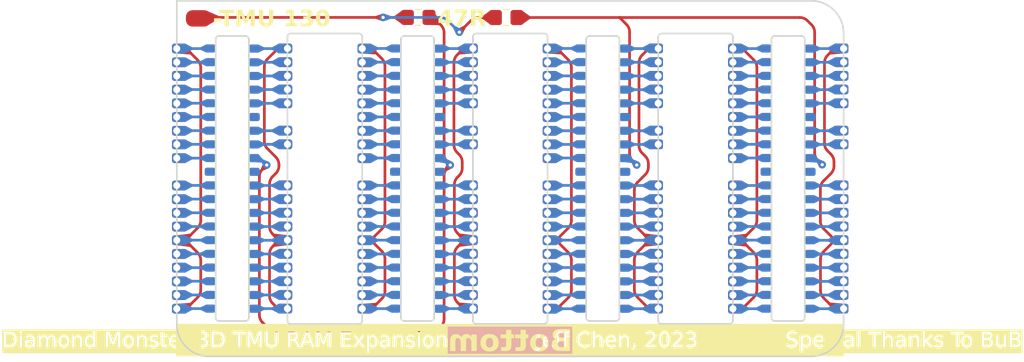
<source format=kicad_pcb>
(kicad_pcb (version 20221018) (generator pcbnew)
  (title_block (title "Diamond Monster 3D RAM Expansion TMU Board") (date "2023-09-15") (rev "1") (company "Jeff Chen"))
  (layers (0 "F.Cu" signal "Front") (31 "B.Cu" signal "Back") (34 "B.Paste" user) (35 "F.Paste" user) (36 "B.SilkS" user "B.Silkscreen") (37 "F.SilkS" user "F.Silkscreen") (38 "B.Mask" user) (39 "F.Mask" user) (44 "Edge.Cuts" user))
  (net 0 "")
  (net 1 "/TMU_130")
  (net 2 "/Mem_U15.Vcc")
  (net 3 "/Mem_U15.D0")
  (net 4 "/Mem_U15.D1")
  (net 5 "/Mem_U15.D2")
  (net 6 "/Mem_U15.D3")
  (net 7 "/Mem_U15.D4")
  (net 8 "/Mem_U15.D5")
  (net 9 "/Mem_U15.D6")
  (net 10 "/Mem_U15.D7")
  (net 12 "/Alt_RAS#_Group_1")
  (net 13 "/Mem_U15.WE#")
  (net 14 "/Mem_U15.RAS#")
  (net 16 "/Mem_U15.A0")
  (net 17 "/Mem_U15.A1")
  (net 18 "/Mem_U15.A2")
  (net 19 "/Mem_U15.A3")
  (net 20 "/Mem_U15.GND")
  (net 21 "/Mem_U15.A4")
  (net 22 "/Mem_U15.A5")
  (net 23 "/Mem_U15.A6")
  (net 24 "/Mem_U15.A7")
  (net 25 "/Mem_U15.A8")
  (net 26 "/Mem_U15.OE#")
  (net 27 "/Mem_U15.CASH#")
  (net 28 "/Mem_U15.CASL#")
  (net 30 "/Mem_U15.D8")
  (net 31 "/Mem_U15.D9")
  (net 32 "/Mem_U15.D10")
  (net 33 "/Mem_U15.D11")
  (net 34 "/Mem_U15.D12")
  (net 35 "/Mem_U15.D13")
  (net 36 "/Mem_U15.D14")
  (net 37 "/Mem_U15.D15")
  (net 38 "/Mem_U16.Vcc")
  (net 39 "/Mem_U16.D0")
  (net 40 "/Mem_U16.D1")
  (net 41 "/Mem_U16.D2")
  (net 42 "/Mem_U16.D3")
  (net 43 "/Mem_U16.D4")
  (net 44 "/Mem_U16.D5")
  (net 45 "/Mem_U16.D6")
  (net 46 "/Mem_U16.D7")
  (net 48 "/Mem_U16.WE#")
  (net 49 "/Mem_U16.RAS#")
  (net 51 "/Mem_U16.A0")
  (net 52 "/Mem_U16.A1")
  (net 53 "/Mem_U16.A2")
  (net 54 "/Mem_U16.A3")
  (net 55 "/Mem_U16.GND")
  (net 56 "/Mem_U16.A4")
  (net 57 "/Mem_U16.A5")
  (net 58 "/Mem_U16.A6")
  (net 59 "/Mem_U16.A7")
  (net 60 "/Mem_U16.A8")
  (net 61 "/Mem_U16.OE#")
  (net 62 "/Mem_U16.CASH#")
  (net 63 "/Mem_U16.CASL#")
  (net 65 "/Mem_U16.D8")
  (net 66 "/Mem_U16.D9")
  (net 67 "/Mem_U16.D10")
  (net 68 "/Mem_U16.D11")
  (net 69 "/Mem_U16.D12")
  (net 70 "/Mem_U16.D13")
  (net 71 "/Mem_U16.D14")
  (net 72 "/Mem_U16.D15")
  (net 73 "/Mem_U14.Vcc")
  (net 74 "/Mem_U14.D0")
  (net 75 "/Mem_U14.D1")
  (net 76 "/Mem_U14.D2")
  (net 77 "/Mem_U14.D3")
  (net 78 "/Mem_U14.D4")
  (net 79 "/Mem_U14.D5")
  (net 80 "/Mem_U14.D6")
  (net 81 "/Mem_U14.D7")
  (net 83 "/Alt_RAS#_Group_2")
  (net 84 "/Mem_U14.WE#")
  (net 85 "/Mem_U14.RAS#")
  (net 87 "/Mem_U14.A0")
  (net 88 "/Mem_U14.A1")
  (net 89 "/Mem_U14.A2")
  (net 90 "/Mem_U14.A3")
  (net 91 "/Mem_U14.GND")
  (net 92 "/Mem_U14.A4")
  (net 93 "/Mem_U14.A5")
  (net 94 "/Mem_U14.A6")
  (net 95 "/Mem_U14.A7")
  (net 96 "/Mem_U14.A8")
  (net 97 "/Mem_U14.OE#")
  (net 98 "/Mem_U14.CASH#")
  (net 99 "/Mem_U14.CASL#")
  (net 101 "/Mem_U14.D8")
  (net 102 "/Mem_U14.D9")
  (net 103 "/Mem_U14.D10")
  (net 104 "/Mem_U14.D11")
  (net 105 "/Mem_U14.D12")
  (net 106 "/Mem_U14.D13")
  (net 107 "/Mem_U14.D14")
  (net 108 "/Mem_U14.D15")
  (net 109 "/Mem_U13.Vcc")
  (net 110 "/Mem_U13.D0")
  (net 111 "/Mem_U13.D1")
  (net 112 "/Mem_U13.D2")
  (net 113 "/Mem_U13.D3")
  (net 114 "/Mem_U13.D4")
  (net 115 "/Mem_U13.D5")
  (net 116 "/Mem_U13.D6")
  (net 117 "/Mem_U13.D7")
  (net 119 "/Mem_U13.WE#")
  (net 120 "/Mem_U13.RAS#")
  (net 122 "/Mem_U13.A0")
  (net 123 "/Mem_U13.A1")
  (net 124 "/Mem_U13.A2")
  (net 125 "/Mem_U13.A3")
  (net 126 "/Mem_U13.GND")
  (net 127 "/Mem_U13.A4")
  (net 128 "/Mem_U13.A5")
  (net 129 "/Mem_U13.A6")
  (net 130 "/Mem_U13.A7")
  (net 131 "/Mem_U13.A8")
  (net 132 "/Mem_U13.OE#")
  (net 133 "/Mem_U13.CASH#")
  (net 134 "/Mem_U13.CASL#")
  (net 136 "/Mem_U13.D8")
  (net 137 "/Mem_U13.D9")
  (net 138 "/Mem_U13.D10")
  (net 139 "/Mem_U13.D11")
  (net 140 "/Mem_U13.D12")
  (net 141 "/Mem_U13.D13")
  (net 142 "/Mem_U13.D14")
  (net 143 "/Mem_U13.D15")
  (footprint "Voodoo RAM Expansion:SOJ40 Castellated Vias" (layer "F.Cu") (at 154.89 114.26 180)
    (fp_text reference "S3" hide)
    (fp_text value "~")
  )
  (footprint "Voodoo RAM Expansion:Pin Header 2x20 SMD Inverted" (layer "F.Cu") (at 164.96 88.75)
    (fp_text reference "J6" hide)
    (fp_text value "~")
    (fp_line (start 0.416983 0.539588) (end 0.416983 26.339588) (stroke (width 0.15)) (layer "Edge.Cuts"))
    (fp_line (start 0.736902 26.659507) (end 3.180385 26.659507) (stroke (width 0.15)) (layer "Edge.Cuts"))
    (fp_line (start 3.180385 0.219669) (end 0.736902 0.219669) (stroke (width 0.15)) (layer "Edge.Cuts"))
    (fp_line (start 3.500304 26.339588) (end 3.500304 0.539588) (stroke (width 0.15)) (layer "Edge.Cuts"))
    (fp_arc (start 0.416983 0.539588) (mid 0.510686 0.313373) (end 0.736902 0.219669) (stroke (width 0.15)) (layer "Edge.Cuts"))
    (fp_arc (start 0.736902 26.659507) (mid 0.510687 26.565803) (end 0.416983 26.339588) (stroke (width 0.15)) (layer "Edge.Cuts"))
    (fp_arc (start 3.180385 0.219669) (mid 3.406616 0.313365) (end 3.500304 0.539588) (stroke (width 0.15)) (layer "Edge.Cuts"))
    (fp_arc (start 3.500304 26.339588) (mid 3.406605 26.565807) (end 3.180385 26.659507) (stroke (width 0.15)) (layer "Edge.Cuts"))
  )
  (footprint "LOGO" (layer "F.Cu") (at 141.18 102.2)
    (fp_text reference "G***" hide)
    (fp_text value "LOGO" hide)
  )
  (footprint "Voodoo RAM Expansion:Pin Header 2x20 SMD Inverted" (layer "F.Cu") (at 147.8 88.75)
    (fp_text reference "J5" hide)
    (fp_text value "~")
    (fp_line (start 0.416983 0.539588) (end 0.416983 26.339588) (stroke (width 0.15)) (layer "Edge.Cuts"))
    (fp_line (start 0.736902 26.659507) (end 3.180385 26.659507) (stroke (width 0.15)) (layer "Edge.Cuts"))
    (fp_line (start 3.180385 0.219669) (end 0.736902 0.219669) (stroke (width 0.15)) (layer "Edge.Cuts"))
    (fp_line (start 3.500304 26.339588) (end 3.500304 0.539588) (stroke (width 0.15)) (layer "Edge.Cuts"))
    (fp_arc (start 0.416983 0.539588) (mid 0.510686 0.313373) (end 0.736902 0.219669) (stroke (width 0.15)) (layer "Edge.Cuts"))
    (fp_arc (start 0.736902 26.659507) (mid 0.510687 26.565803) (end 0.416983 26.339588) (stroke (width 0.15)) (layer "Edge.Cuts"))
    (fp_arc (start 3.180385 0.219669) (mid 3.406616 0.313365) (end 3.500304 0.539588) (stroke (width 0.15)) (layer "Edge.Cuts"))
    (fp_arc (start 3.500304 26.339588) (mid 3.406605 26.565807) (end 3.180385 26.659507) (stroke (width 0.15)) (layer "Edge.Cuts"))
  )
  (footprint "Resistor_SMD:R_0805_2012Metric_Pad1.20x1.40mm_HandSolder" (layer "F.Cu") (at 132.66 87.25)
    (fp_text reference "R1" hide)
    (fp_text value "47R")
  )
  (footprint "Voodoo RAM Expansion:Single Pad" (layer "F.Cu") (at 112.29 87.35)
    (fp_text reference "J1" hide)
    (fp_text value "TMU 130")
  )
  (footprint "Voodoo RAM Expansion:Pin Header 2x20 SMD Inverted" (layer "F.Cu") (at 113.48 88.75)
    (fp_text reference "J2" hide)
    (fp_text value "~")
    (fp_line (start 0.416983 0.539588) (end 0.416983 26.339588) (stroke (width 0.15)) (layer "Edge.Cuts"))
    (fp_line (start 0.736902 26.659507) (end 3.180385 26.659507) (stroke (width 0.15)) (layer "Edge.Cuts"))
    (fp_line (start 3.180385 0.219669) (end 0.736902 0.219669) (stroke (width 0.15)) (layer "Edge.Cuts"))
    (fp_line (start 3.500304 26.339588) (end 3.500304 0.539588) (stroke (width 0.15)) (layer "Edge.Cuts"))
    (fp_arc (start 0.416983 0.539588) (mid 0.510686 0.313373) (end 0.736902 0.219669) (stroke (width 0.15)) (layer "Edge.Cuts"))
    (fp_arc (start 0.736902 26.659507) (mid 0.510687 26.565803) (end 0.416983 26.339588) (stroke (width 0.15)) (layer "Edge.Cuts"))
    (fp_arc (start 3.180385 0.219669) (mid 3.406616 0.313365) (end 3.500304 0.539588) (stroke (width 0.15)) (layer "Edge.Cuts"))
    (fp_arc (start 3.500304 26.339588) (mid 3.406605 26.565807) (end 3.180385 26.659507) (stroke (width 0.15)) (layer "Edge.Cuts"))
  )
  (footprint "Voodoo RAM Expansion:SOJ40 Castellated Vias" (layer "F.Cu") (at 172.06 114.26 180)
    (fp_text reference "S4" hide)
    (fp_text value "~")
  )
  (footprint "Voodoo RAM Expansion:SOJ40 Castellated Vias" (layer "F.Cu") (at 120.55 114.26 180)
    (fp_text reference "S1" hide)
    (fp_text value "~")
  )
  (footprint "Voodoo RAM Expansion:SOJ40 Castellated Vias" (layer "F.Cu") (at 137.73 114.26 180)
    (fp_text reference "S2" hide)
    (fp_text value "~")
  )
  (footprint "Resistor_SMD:R_0805_2012Metric_Pad1.20x1.40mm_HandSolder" (layer "F.Cu") (at 140.81 87.26)
    (fp_text reference "R2" hide)
    (fp_text value "47R")
  )
  (footprint "Voodoo RAM Expansion:Pin Header 2x20 SMD Inverted" (layer "F.Cu") (at 130.64 88.75)
    (fp_text reference "J3" hide)
    (fp_text value "~")
    (fp_line (start 0.416983 0.539588) (end 0.416983 26.339588) (stroke (width 0.15)) (layer "Edge.Cuts"))
    (fp_line (start 0.736902 26.659507) (end 3.180385 26.659507) (stroke (width 0.15)) (layer "Edge.Cuts"))
    (fp_line (start 3.180385 0.219669) (end 0.736902 0.219669) (stroke (width 0.15)) (layer "Edge.Cuts"))
    (fp_line (start 3.500304 26.339588) (end 3.500304 0.539588) (stroke (width 0.15)) (layer "Edge.Cuts"))
    (fp_arc (start 0.416983 0.539588) (mid 0.510686 0.313373) (end 0.736902 0.219669) (stroke (width 0.15)) (layer "Edge.Cuts"))
    (fp_arc (start 0.736902 26.659507) (mid 0.510687 26.565803) (end 0.416983 26.339588) (stroke (width 0.15)) (layer "Edge.Cuts"))
    (fp_arc (start 3.180385 0.219669) (mid 3.406616 0.313365) (end 3.500304 0.539588) (stroke (width 0.15)) (layer "Edge.Cuts"))
    (fp_arc (start 3.500304 26.339588) (mid 3.406605 26.565807) (end 3.180385 26.659507) (stroke (width 0.15)) (layer "Edge.Cuts"))
  )
  (gr_rect (start 110.290934 118.413677) (end 172.080934 118.619077) (stroke (width 0.127)) (fill solid) (layer "F.SilkS"))
  (gr_rect (start 170.228926 116.160748) (end 172.08 118.419253) (stroke (width 0.127)) (fill solid) (layer "F.SilkS"))
  (gr_rect (start 110.290934 116.131751) (end 112.48 118.468249) (stroke (width 0.127)) (fill solid) (layer "F.SilkS"))
  (gr_rect (start 110.291633 115.736751) (end 172.079763 116.192151) (stroke (width 0.127)) (fill solid) (layer "F.SilkS"))
  (gr_line (start 113.300016 118.690016) (end 169.059984 118.690016) (stroke (width 0.15)) (layer "Edge.Cuts"))
  (gr_line (start 137.73 89.06) (end 137.73 115.360403) (stroke (width 0.15)) (layer "Edge.Cuts"))
  (gr_arc (start 137.73 89.06) (mid 137.823607 88.834009) (end 138.049596 88.740399) (stroke (width 0.15)) (layer "Edge.Cuts"))
  (gr_arc (start 154.89 89.06) (mid 154.983608 88.83401) (end 155.209596 88.740402) (stroke (width 0.15)) (layer "Edge.Cuts"))
  (gr_line (start 127.48 89.06) (end 127.48 115.37) (stroke (width 0.15)) (layer "Edge.Cuts"))
  (gr_arc (start 172.06 115.69) (mid 171.181316 117.811332) (end 169.059984 118.690016) (stroke (width 0.15)) (layer "Edge.Cuts"))
  (gr_line (start 144.32 115.68) (end 138.049597 115.68) (stroke (width 0.15)) (layer "Edge.Cuts"))
  (gr_arc (start 127.48 115.37) (mid 127.386393 115.59599) (end 127.160405 115.689597) (stroke (width 0.15)) (layer "Edge.Cuts"))
  (gr_arc (start 144.639595 115.360403) (mid 144.545988 115.586393) (end 144.32 115.68) (stroke (width 0.15)) (layer "Edge.Cuts"))
  (gr_line (start 120.869596 88.740402) (end 127.160403 88.740403) (stroke (width 0.15)) (layer "Edge.Cuts"))
  (gr_line (start 110.3 89.06) (end 110.3 85.71) (stroke (width 0.15)) (layer "Edge.Cuts"))
  (gr_line (start 138.049596 88.740399) (end 144.320403 88.740403) (stroke (width 0.15)) (layer "Edge.Cuts"))
  (gr_arc (start 120.869597 115.689597) (mid 120.64361 115.595988) (end 120.55 115.37) (stroke (width 0.15)) (layer "Edge.Cuts"))
  (gr_line (start 127.160405 115.689597) (end 120.869597 115.689597) (stroke (width 0.15)) (layer "Edge.Cuts"))
  (gr_arc (start 120.55 89.06) (mid 120.643608 88.83401) (end 120.869596 88.740402) (stroke (width 0.15)) (layer "Edge.Cuts"))
  (gr_arc (start 144.320403 88.740403) (mid 144.546391 88.834011) (end 144.64 89.06) (stroke (width 0.15)) (layer "Edge.Cuts"))
  (gr_line (start 110.3 85.71) (end 169.06 85.71) (stroke (width 0.15)) (layer "Edge.Cuts"))
  (gr_arc (start 161.809796 115.360401) (mid 161.716189 115.586391) (end 161.490201 115.68) (stroke (width 0.15)) (layer "Edge.Cuts"))
  (gr_line (start 144.639595 115.360403) (end 144.639595 89.06) (stroke (width 0.15)) (layer "Edge.Cuts"))
  (gr_line (start 154.89 89.06) (end 154.89 115.360401) (stroke (width 0.15)) (layer "Edge.Cuts"))
  (gr_line (start 172.06 115.69) (end 172.06 88.710016) (stroke (width 0.15)) (layer "Edge.Cuts"))
  (gr_line (start 120.55 115.37) (end 120.55 89.06) (stroke (width 0.15)) (layer "Edge.Cuts"))
  (gr_line (start 161.809796 115.360401) (end 161.809796 89.06) (stroke (width 0.15)) (layer "Edge.Cuts"))
  (gr_arc (start 169.06 85.71) (mid 171.181332 86.588684) (end 172.060016 88.710016) (stroke (width 0.15)) (layer "Edge.Cuts"))
  (gr_arc (start 155.209393 115.679998) (mid 154.983406 115.586389) (end 154.889796 115.360401) (stroke (width 0.15)) (layer "Edge.Cuts"))
  (gr_arc (start 138.049192 115.68) (mid 137.823205 115.586391) (end 137.729595 115.360403) (stroke (width 0.15)) (layer "Edge.Cuts"))
  (gr_arc (start 161.490403 88.740403) (mid 161.716391 88.834011) (end 161.81 89.06) (stroke (width 0.15)) (layer "Edge.Cuts"))
  (gr_arc (start 127.160403 88.740403) (mid 127.38639 88.834012) (end 127.48 89.06) (stroke (width 0.15)) (layer "Edge.Cuts"))
  (gr_arc (start 113.300016 118.690016) (mid 111.178684 117.811332) (end 110.3 115.69) (stroke (width 0.15)) (layer "Edge.Cuts"))
  (gr_line (start 155.209596 88.740402) (end 161.490403 88.740403) (stroke (width 0.15)) (layer "Edge.Cuts"))
  (gr_line (start 161.490201 115.68) (end 155.209798 115.68) (stroke (width 0.15)) (layer "Edge.Cuts"))
  (gr_line (start 110.3 115.69) (end 110.3 89.06) (stroke (width 0.15)) (layer "Edge.Cuts"))
  (gr_text "Bottom" (at 141.18 117.36) (layer "B.SilkS" knockout) (effects (font (size 2 2) (thickness 0.127) bold) (justify mirror)))
  (gr_text "-TMU 130" (at 113.64 87.45) (layer "F.SilkS") (effects (font (size 1.5 1.5) (thickness 0.127) bold) (justify left)))
  (gr_text "Diamond Monster 3D TMU RAM Expansion             Jeff Chen, 2023             Special Thanks To BuB" (at 141.35 117.25) (layer "F.SilkS" knockout) (effects (font (size 1.4 1.4))))
  (gr_text "47R" (at 136.71 87.42) (layer "F.SilkS") (effects (font (size 1.5 1.5) (thickness 0.127) bold)))
  (segment (start 129.41 87.25) (end 131.66 87.25) (width 0.25) (layer "F.Cu") (net 1))
  (segment (start 129.41 87.25) (end 112.38 87.25) (width 0.25) (layer "F.Cu") (net 1))
  (segment (start 138.244214 87.26) (end 139.81 87.26) (width 0.25) (layer "F.Cu") (net 1))
  (segment (start 136.47 88.62) (end 137.537107 87.552893) (width 0.25) (layer "F.Cu") (net 1))
  (segment (start 112.38 87.25) (end 112.29 87.34) (width 0.25) (layer "F.Cu") (net 1))
  (via (at 136.47 88.62) (size 0.7) (drill 0.3) (layers "F.Cu" "B.Cu") (net 1))
  (via (at 129.41 87.25) (size 0.7) (drill 0.3) (layers "F.Cu" "B.Cu") (net 1))
  (arc (start 137.537107 87.552893) (mid 137.86153 87.33612) (end 138.244214 87.26) (width 0.25) (layer "F.Cu") (net 1))
  (segment (start 135.392893 87.542893) (end 136.47 88.62) (width 0.25) (layer "B.Cu") (net 1))
  (segment (start 129.41 87.25) (end 134.685786 87.25) (width 0.25) (layer "B.Cu") (net 1))
  (arc (start 134.685786 87.25) (mid 135.068469 87.32612) (end 135.392893 87.542893) (width 0.25) (layer "B.Cu") (net 1))
  (segment (start 118.41 91.814214) (end 118.41 98.725786) (width 0.25) (layer "F.Cu") (net 2))
  (segment (start 119.182893 108.497107) (end 119.477107 108.202893) (width 0.25) (layer "F.Cu") (net 2))
  (segment (start 120.55 90.13) (end 120.094214 90.13) (width 0.25) (layer "F.Cu") (net 2))
  (segment (start 120.164214 107.91) (end 120.55 107.91) (width 0.25) (layer "F.Cu") (net 2))
  (segment (start 119.467107 101.722893) (end 119.182893 102.007107) (width 0.25) (layer "F.Cu") (net 2))
  (segment (start 119.76 100.904214) (end 119.76 101.015786) (width 0.25) (layer "F.Cu") (net 2))
  (segment (start 118.702893 99.432893) (end 119.467107 100.197107) (width 0.25) (layer "F.Cu") (net 2))
  (segment (start 119.387107 90.422893) (end 118.702893 91.107107) (width 0.25) (layer "F.Cu") (net 2))
  (segment (start 118.89 113.065786) (end 118.89 109.204214) (width 0.25) (layer "F.Cu") (net 2))
  (segment (start 119.377107 113.967107) (end 119.182893 113.772893) (width 0.25) (layer "F.Cu") (net 2))
  (segment (start 120.55 114.26) (end 120.084214 114.26) (width 0.25) (layer "F.Cu") (net 2))
  (segment (start 120.184214 107.91) (end 120.55 107.91) (width 0.25) (layer "F.Cu") (net 2))
  (segment (start 118.89 102.714214) (end 118.89 106.635786) (width 0.25) (layer "F.Cu") (net 2))
  (segment (start 119.182893 107.342893) (end 119.457107 107.617107) (width 0.25) (layer "F.Cu") (net 2))
  (arc (start 118.89 109.204214) (mid 118.96612 108.821531) (end 119.182893 108.497107) (width 0.25) (layer "F.Cu") (net 2))
  (arc (start 118.41 98.725786) (mid 118.48612 99.108469) (end 118.702893 99.432893) (width 0.25) (layer "F.Cu") (net 2))
  (arc (start 119.182893 102.007107) (mid 118.96612 102.33153) (end 118.89 102.714214) (width 0.25) (layer "F.Cu") (net 2))
  (arc (start 119.387107 90.422893) (mid 119.71153 90.20612) (end 120.094214 90.13) (width 0.25) (layer "F.Cu") (net 2))
  (arc (start 120.164214 107.91) (mid 119.781531 107.83388) (end 119.457107 107.617107) (width 0.25) (layer "F.Cu") (net 2))
  (arc (start 118.89 106.635786) (mid 118.96612 107.018469) (end 119.182893 107.342893) (width 0.25) (layer "F.Cu") (net 2))
  (arc (start 119.467107 101.722893) (mid 119.68388 101.39847) (end 119.76 101.015786) (width 0.25) (layer "F.Cu") (net 2))
  (arc (start 119.467107 100.197107) (mid 119.68388 100.52153) (end 119.76 100.904214) (width 0.25) (layer "F.Cu") (net 2))
  (arc (start 118.41 91.814214) (mid 118.48612 91.431531) (end 118.702893 91.107107) (width 0.25) (layer "F.Cu") (net 2))
  (arc (start 119.477107 108.202893) (mid 119.80153 107.98612) (end 120.184214 107.91) (width 0.25) (layer "F.Cu") (net 2))
  (arc (start 119.377107 113.967107) (mid 119.70153 114.18388) (end 120.084214 114.26) (width 0.25) (layer "F.Cu") (net 2))
  (arc (start 118.89 113.065786) (mid 118.96612 113.448469) (end 119.182893 113.772893) (width 0.25) (layer "F.Cu") (net 2))
  (segment (start 120.55 114.26) (end 117.5 114.26) (width 0.25) (layer "B.Cu") (net 2))
  (segment (start 117.5 114.26) (end 117.49 114.27) (width 0.25) (layer "B.Cu") (net 2))
  (segment (start 117.49 90.14) (end 120.54 90.14) (width 0.25) (layer "B.Cu") (net 2))
  (segment (start 120.54 90.14) (end 120.55 90.13) (width 0.25) (layer "B.Cu") (net 2))
  (segment (start 120.54 107.92) (end 120.55 107.91) (width 0.25) (layer "B.Cu") (net 2))
  (segment (start 117.49 107.92) (end 120.54 107.92) (width 0.25) (layer "B.Cu") (net 2))
  (segment (start 117.5 112.99) (end 117.49 113) (width 0.25) (layer "B.Cu") (net 3))
  (segment (start 120.55 112.99) (end 117.5 112.99) (width 0.25) (layer "B.Cu") (net 3))
  (segment (start 120.54 111.73) (end 120.55 111.72) (width 0.25) (layer "B.Cu") (net 4))
  (segment (start 117.49 111.73) (end 120.54 111.73) (width 0.25) (layer "B.Cu") (net 4))
  (segment (start 120.54 110.46) (end 120.55 110.45) (width 0.25) (layer "B.Cu") (net 5))
  (segment (start 117.49 110.46) (end 120.54 110.46) (width 0.25) (layer "B.Cu") (net 5))
  (segment (start 120.54 109.19) (end 120.55 109.18) (width 0.25) (layer "B.Cu") (net 6))
  (segment (start 117.49 109.19) (end 120.54 109.19) (width 0.25) (layer "B.Cu") (net 6))
  (segment (start 120.54 106.65) (end 120.55 106.64) (width 0.25) (layer "B.Cu") (net 7))
  (segment (start 117.49 106.65) (end 120.54 106.65) (width 0.25) (layer "B.Cu") (net 7))
  (segment (start 120.54 105.38) (end 120.55 105.37) (width 0.25) (layer "B.Cu") (net 8))
  (segment (start 117.49 105.38) (end 120.54 105.38) (width 0.25) (layer "B.Cu") (net 8))
  (segment (start 117.5 104.1) (end 120.55 104.1) (width 0.25) (layer "B.Cu") (net 9))
  (segment (start 117.49 104.11) (end 117.5 104.1) (width 0.25) (layer "B.Cu") (net 9))
  (segment (start 117.49 102.84) (end 120.54 102.84) (width 0.25) (layer "B.Cu") (net 10))
  (segment (start 120.54 102.84) (end 120.55 102.83) (width 0.25) (layer "B.Cu") (net 10))
  (segment (start 117.95 114.835786) (end 117.95 102.034214) (width 0.25) (layer "F.Cu") (net 12))
  (segment (start 134.01 87.21) (end 134.767107 87.967107) (width 0.25) (layer "F.Cu") (net 12))
  (segment (start 135.06 101.924214) (end 135.06 115.215786) (width 0.25) (layer "F.Cu") (net 12))
  (segment (start 135.352893 100.662893) (end 135.63 100.94) (width 0.25) (layer "F.Cu") (net 12))
  (segment (start 135.63 100.94) (end 135.352893 101.217107) (width 0.25) (layer "F.Cu") (net 12))
  (segment (start 133.955786 116.32) (end 119.434214 116.32) (width 0.25) (layer "F.Cu") (net 12))
  (segment (start 118.242893 101.327107) (end 118.63 100.94) (width 0.25) (layer "F.Cu") (net 12))
  (segment (start 118.727107 116.027107) (end 118.242893 115.542893) (width 0.25) (layer "F.Cu") (net 12))
  (segment (start 134.767107 115.922893) (end 134.662893 116.027107) (width 0.25) (layer "F.Cu") (net 12))
  (segment (start 135.06 88.674214) (end 135.06 99.955786) (width 0.25) (layer "F.Cu") (net 12))
  (via (at 118.63 100.94) (size 0.7) (drill 0.3) (layers "F.Cu" "B.Cu") (net 12))
  (via (at 135.63 100.94) (size 0.7) (drill 0.3) (layers "F.Cu" "B.Cu") (net 12))
  (arc (start 135.06 99.955786) (mid 135.13612 100.338469) (end 135.352893 100.662893) (width 0.25) (layer "F.Cu") (net 12))
  (arc (start 117.95 114.835786) (mid 118.02612 115.218469) (end 118.242893 115.542893) (width 0.25) (layer "F.Cu") (net 12))
  (arc (start 117.95 102.034214) (mid 118.02612 101.651531) (end 118.242893 101.327107) (width 0.25) (layer "F.Cu") (net 12))
  (arc (start 134.767107 115.922893) (mid 134.98388 115.59847) (end 135.06 115.215786) (width 0.25) (layer "F.Cu") (net 12))
  (arc (start 135.352893 101.217107) (mid 135.13612 101.54153) (end 135.06 101.924214) (width 0.25) (layer "F.Cu") (net 12))
  (arc (start 135.06 88.674214) (mid 134.98388 88.291531) (end 134.767107 87.967107) (width 0.25) (layer "F.Cu") (net 12))
  (arc (start 133.955786 116.32) (mid 134.338469 116.24388) (end 134.662893 116.027107) (width 0.25) (layer "F.Cu") (net 12))
  (arc (start 119.434214 116.32) (mid 119.051531 116.24388) (end 118.727107 116.027107) (width 0.25) (layer "F.Cu") (net 12))
  (segment (start 117.575786 100.3) (end 117.49 100.3) (width 0.25) (layer "B.Cu") (net 12))
  (segment (start 134.99 100.3) (end 135.63 100.94) (width 0.25) (layer "B.Cu") (net 12))
  (segment (start 118.63 100.94) (end 118.282893 100.592893) (width 0.25) (layer "B.Cu") (net 12))
  (segment (start 134.65 100.3) (end 134.99 100.3) (width 0.25) (layer "B.Cu") (net 12))
  (arc (start 118.282893 100.592893) (mid 117.95847 100.37612) (end 117.575786 100.3) (width 0.25) (layer "B.Cu") (net 12))
  (segment (start 117.5 99.02) (end 120.55 99.02) (width 0.25) (layer "B.Cu") (net 13))
  (segment (start 117.49 99.03) (end 117.5 99.02) (width 0.25) (layer "B.Cu") (net 13))
  (segment (start 120.54 97.76) (end 120.55 97.75) (width 0.25) (layer "B.Cu") (net 14))
  (segment (start 117.49 97.76) (end 120.54 97.76) (width 0.25) (layer "B.Cu") (net 14))
  (segment (start 120.54 95.22) (end 120.55 95.21) (width 0.25) (layer "B.Cu") (net 16))
  (segment (start 117.49 95.22) (end 120.54 95.22) (width 0.25) (layer "B.Cu") (net 16))
  (segment (start 117.5 93.94) (end 120.55 93.94) (width 0.25) (layer "B.Cu") (net 17))
  (segment (start 117.49 93.95) (end 117.5 93.94) (width 0.25) (layer "B.Cu") (net 17))
  (segment (start 117.49 92.68) (end 120.54 92.68) (width 0.25) (layer "B.Cu") (net 18))
  (segment (start 120.54 92.68) (end 120.55 92.67) (width 0.25) (layer "B.Cu") (net 18))
  (segment (start 117.49 91.41) (end 120.54 91.41) (width 0.25) (layer "B.Cu") (net 19))
  (segment (start 120.54 91.41) (end 120.55 91.4) (width 0.25) (layer "B.Cu") (net 19))
  (segment (start 111.462893 90.432893) (end 112.227107 91.197107) (width 0.25) (layer "F.Cu") (net 20))
  (segment (start 112.52 112.515786) (end 112.52 109.774214) (width 0.25) (layer "F.Cu") (net 20))
  (segment (start 110.3 90.14) (end 110.755786 90.14) (width 0.25) (layer "F.Cu") (net 20))
  (segment (start 112.52 91.904214) (end 112.52 106.075786) (width 0.25) (layer "F.Cu") (net 20))
  (segment (start 110.665786 107.92) (end 110.3 107.92) (width 0.25) (layer "F.Cu") (net 20))
  (segment (start 111.472893 113.977107) (end 112.227107 113.222893) (width 0.25) (layer "F.Cu") (net 20))
  (segment (start 110.3 114.27) (end 110.765786 114.27) (width 0.25) (layer "F.Cu") (net 20))
  (segment (start 112.227107 109.067107) (end 111.372893 108.212893) (width 0.25) (layer "F.Cu") (net 20))
  (segment (start 110.675786 107.92) (end 110.3 107.92) (width 0.25) (layer "F.Cu") (net 20))
  (segment (start 112.227107 106.782893) (end 111.382893 107.627107) (width 0.25) (layer "F.Cu") (net 20))
  (arc (start 110.755786 90.14) (mid 111.138469 90.21612) (end 111.462893 90.432893) (width 0.25) (layer "F.Cu") (net 20))
  (arc (start 110.675786 107.92) (mid 111.058469 107.84388) (end 111.382893 107.627107) (width 0.25) (layer "F.Cu") (net 20))
  (arc (start 112.52 106.075786) (mid 112.44388 106.458469) (end 112.227107 106.782893) (width 0.25) (layer "F.Cu") (net 20))
  (arc (start 112.52 112.515786) (mid 112.44388 112.898469) (end 112.227107 113.222893) (width 0.25) (layer "F.Cu") (net 20))
  (arc (start 112.52 91.904214) (mid 112.44388 91.521531) (end 112.227107 91.197107) (width 0.25) (layer "F.Cu") (net 20))
  (arc (start 111.372893 108.212893) (mid 111.04847 107.99612) (end 110.665786 107.92) (width 0.25) (layer "F.Cu") (net 20))
  (arc (start 110.765786 114.27) (mid 111.148469 114.19388) (end 111.472893 113.977107) (width 0.25) (layer "F.Cu") (net 20))
  (arc (start 112.227107 109.067107) (mid 112.44388 109.39153) (end 112.52 109.774214) (width 0.25) (layer "F.Cu") (net 20))
  (segment (start 113.39 114.26) (end 110.31 114.26) (width 0.25) (layer "B.Cu") (net 20))
  (segment (start 110.31 107.91) (end 110.3 107.92) (width 0.25) (layer "B.Cu") (net 20))
  (segment (start 113.39 107.91) (end 110.31 107.91) (width 0.25) (layer "B.Cu") (net 20))
  (segment (start 110.31 114.26) (end 110.3 114.27) (width 0.25) (layer "B.Cu") (net 20))
  (segment (start 113.38 90.14) (end 113.39 90.13) (width 0.25) (layer "B.Cu") (net 20))
  (segment (start 110.3 90.14) (end 113.38 90.14) (width 0.25) (layer "B.Cu") (net 20))
  (segment (start 110.3 91.41) (end 113.38 91.41) (width 0.25) (layer "B.Cu") (net 21))
  (segment (start 113.38 91.41) (end 113.39 91.4) (width 0.25) (layer "B.Cu") (net 21))
  (segment (start 113.39 92.67) (end 113.38 92.68) (width 0.25) (layer "B.Cu") (net 22))
  (segment (start 113.38 92.68) (end 110.3 92.68) (width 0.25) (layer "B.Cu") (net 22))
  (segment (start 110.31 93.94) (end 110.3 93.95) (width 0.25) (layer "B.Cu") (net 23))
  (segment (start 113.39 93.94) (end 110.31 93.94) (width 0.25) (layer "B.Cu") (net 23))
  (segment (start 113.39 95.21) (end 110.31 95.21) (width 0.25) (layer "B.Cu") (net 24))
  (segment (start 110.31 95.21) (end 110.3 95.22) (width 0.25) (layer "B.Cu") (net 24))
  (segment (start 110.31 96.48) (end 110.3 96.49) (width 0.25) (layer "B.Cu") (net 25))
  (segment (start 113.39 96.48) (end 110.31 96.48) (width 0.25) (layer "B.Cu") (net 25))
  (segment (start 110.31 97.75) (end 110.3 97.76) (width 0.25) (layer "B.Cu") (net 26))
  (segment (start 113.39 97.75) (end 110.31 97.75) (width 0.25) (layer "B.Cu") (net 26))
  (segment (start 113.39 99.02) (end 110.31 99.02) (width 0.25) (layer "B.Cu") (net 27))
  (segment (start 110.31 99.02) (end 110.3 99.03) (width 0.25) (layer "B.Cu") (net 27))
  (segment (start 113.39 100.29) (end 113.38 100.3) (width 0.25) (layer "B.Cu") (net 28))
  (segment (start 113.38 100.3) (end 110.3 100.3) (width 0.25) (layer "B.Cu") (net 28))
  (segment (start 110.31 102.83) (end 110.3 102.84) (width 0.25) (layer "B.Cu") (net 30))
  (segment (start 113.39 102.83) (end 110.31 102.83) (width 0.25) (layer "B.Cu") (net 30))
  (segment (start 113.39 104.1) (end 110.31 104.1) (width 0.25) (layer "B.Cu") (net 31))
  (segment (start 110.31 104.1) (end 110.3 104.11) (width 0.25) (layer "B.Cu") (net 31))
  (segment (start 110.31 105.37) (end 110.3 105.38) (width 0.25) (layer "B.Cu") (net 32))
  (segment (start 113.39 105.37) (end 110.31 105.37) (width 0.25) (layer "B.Cu") (net 32))
  (segment (start 113.39 106.64) (end 113.38 106.65) (width 0.25) (layer "B.Cu") (net 33))
  (segment (start 113.38 106.65) (end 110.3 106.65) (width 0.25) (layer "B.Cu") (net 33))
  (segment (start 113.39 109.18) (end 110.31 109.18) (width 0.25) (layer "B.Cu") (net 34))
  (segment (start 110.31 109.18) (end 110.3 109.19) (width 0.25) (layer "B.Cu") (net 34))
  (segment (start 113.38 110.46) (end 113.39 110.45) (width 0.25) (layer "B.Cu") (net 35))
  (segment (start 110.3 110.46) (end 113.38 110.46) (width 0.25) (layer "B.Cu") (net 35))
  (segment (start 113.39 111.72) (end 110.31 111.72) (width 0.25) (layer "B.Cu") (net 36))
  (segment (start 110.31 111.72) (end 110.3 111.73) (width 0.25) (layer "B.Cu") (net 36))
  (segment (start 110.31 112.99) (end 110.3 113) (width 0.25) (layer "B.Cu") (net 37))
  (segment (start 113.39 112.99) (end 110.31 112.99) (width 0.25) (layer "B.Cu") (net 37))
  (segment (start 137.364214 107.91) (end 137.73 107.91) (width 0.25) (layer "F.Cu") (net 38))
  (segment (start 136.302893 108.547107) (end 136.647107 108.202893) (width 0.25) (layer "F.Cu") (net 38))
  (segment (start 136.74 100.664214) (end 136.74 101.215786) (width 0.25) (layer "F.Cu") (net 38))
  (segment (start 135.97 91.444214) (end 135.97 99.065786) (width 0.25) (layer "F.Cu") (net 38))
  (segment (start 136.302893 107.262893) (end 136.657107 107.617107) (width 0.25) (layer "F.Cu") (net 38))
  (segment (start 136.262893 99.772893) (end 136.447107 99.957107) (width 0.25) (layer "F.Cu") (net 38))
  (segment (start 136.01 102.774214) (end 136.01 106.555786) (width 0.25) (layer "F.Cu") (net 38))
  (segment (start 136.447107 101.922893) (end 136.302893 102.067107) (width 0.25) (layer "F.Cu") (net 38))
  (segment (start 137.73 114.26) (end 137.284214 114.26) (width 0.25) (layer "F.Cu") (net 38))
  (segment (start 136.01 112.985786) (end 136.01 109.254214) (width 0.25) (layer "F.Cu") (net 38))
  (segment (start 136.577107 90.422893) (end 136.262893 90.737107) (width 0.25) (layer "F.Cu") (net 38))
  (segment (start 136.577107 113.967107) (end 136.302893 113.692893) (width 0.25) (layer "F.Cu") (net 38))
  (segment (start 137.73 90.13) (end 137.284214 90.13) (width 0.25) (layer "F.Cu") (net 38))
  (segment (start 137.354214 107.91) (end 137.73 107.91) (width 0.25) (layer "F.Cu") (net 38))
  (arc (start 136.302893 113.692893) (mid 136.08612 113.36847) (end 136.01 112.985786) (width 0.25) (layer "F.Cu") (net 38))
  (arc (start 137.364214 107.91) (mid 136.981531 107.83388) (end 136.657107 107.617107) (width 0.25) (layer "F.Cu") (net 38))
  (arc (start 136.262893 90.737107) (mid 136.04612 91.06153) (end 135.97 91.444214) (width 0.25) (layer "F.Cu") (net 38))
  (arc (start 136.447107 101.922893) (mid 136.66388 101.59847) (end 136.74 101.215786) (width 0.25) (layer "F.Cu") (net 38))
  (arc (start 136.01 109.254214) (mid 136.08612 108.871531) (end 136.302893 108.547107) (width 0.25) (layer "F.Cu") (net 38))
  (arc (start 136.01 106.555786) (mid 136.08612 106.938469) (end 136.302893 107.262893) (width 0.25) (layer "F.Cu") (net 38))
  (arc (start 135.97 99.065786) (mid 136.04612 99.448469) (end 136.262893 99.772893) (width 0.25) (layer "F.Cu") (net 38))
  (arc (start 136.302893 102.067107) (mid 136.08612 102.39153) (end 136.01 102.774214) (width 0.25) (layer "F.Cu") (net 38))
  (arc (start 137.354214 107.91) (mid 136.971531 107.98612) (end 136.647107 108.202893) (width 0.25) (layer "F.Cu") (net 38))
  (arc (start 136.74 100.664214) (mid 136.66388 100.281531) (end 136.447107 99.957107) (width 0.25) (layer "F.Cu") (net 38))
  (arc (start 136.577107 90.422893) (mid 136.90153 90.20612) (end 137.284214 90.13) (width 0.25) (layer "F.Cu") (net 38))
  (arc (start 136.577107 113.967107) (mid 136.90153 114.18388) (end 137.284214 114.26) (width 0.25) (layer "F.Cu") (net 38))
  (segment (start 137.72 107.92) (end 137.73 107.91) (width 0.25) (layer "B.Cu") (net 38))
  (segment (start 134.65 107.92) (end 137.72 107.92) (width 0.25) (layer "B.Cu") (net 38))
  (segment (start 137.73 114.26) (end 134.66 114.26) (width 0.25) (layer "B.Cu") (net 38))
  (segment (start 137.72 90.14) (end 137.73 90.13) (width 0.25) (layer "B.Cu") (net 38))
  (segment (start 134.65 90.14) (end 137.72 90.14) (width 0.25) (layer "B.Cu") (net 38))
  (segment (start 134.66 114.26) (end 134.65 114.27) (width 0.25) (layer "B.Cu") (net 38))
  (segment (start 134.65 113) (end 137.72 113) (width 0.25) (layer "B.Cu") (net 39))
  (segment (start 137.72 113) (end 137.73 112.99) (width 0.25) (layer "B.Cu") (net 39))
  (segment (start 134.65 111.73) (end 137.72 111.73) (width 0.25) (layer "B.Cu") (net 40))
  (segment (start 137.72 111.73) (end 137.73 111.72) (width 0.25) (layer "B.Cu") (net 40))
  (segment (start 137.72 110.46) (end 137.73 110.45) (width 0.25) (layer "B.Cu") (net 41))
  (segment (start 134.65 110.46) (end 137.72 110.46) (width 0.25) (layer "B.Cu") (net 41))
  (segment (start 134.65 109.19) (end 137.72 109.19) (width 0.25) (layer "B.Cu") (net 42))
  (segment (start 137.72 109.19) (end 137.73 109.18) (width 0.25) (layer "B.Cu") (net 42))
  (segment (start 137.72 106.65) (end 137.73 106.64) (width 0.25) (layer "B.Cu") (net 43))
  (segment (start 134.65 106.65) (end 137.72 106.65) (width 0.25) (layer "B.Cu") (net 43))
  (segment (start 137.72 105.38) (end 137.73 105.37) (width 0.25) (layer "B.Cu") (net 44))
  (segment (start 134.65 105.38) (end 137.72 105.38) (width 0.25) (layer "B.Cu") (net 44))
  (segment (start 137.72 104.11) (end 137.73 104.1) (width 0.25) (layer "B.Cu") (net 45))
  (segment (start 134.65 104.11) (end 137.72 104.11) (width 0.25) (layer "B.Cu") (net 45))
  (segment (start 137.72 102.84) (end 137.73 102.83) (width 0.25) (layer "B.Cu") (net 46))
  (segment (start 134.65 102.84) (end 137.72 102.84) (width 0.25) (layer "B.Cu") (net 46))
  (segment (start 137.72 99.03) (end 137.73 99.02) (width 0.25) (layer "B.Cu") (net 48))
  (segment (start 134.65 99.03) (end 137.72 99.03) (width 0.25) (layer "B.Cu") (net 48))
  (segment (start 134.65 97.76) (end 137.72 97.76) (width 0.25) (layer "B.Cu") (net 49))
  (segment (start 137.72 97.76) (end 137.73 97.75) (width 0.25) (layer "B.Cu") (net 49))
  (segment (start 134.65 95.22) (end 137.72 95.22) (width 0.25) (layer "B.Cu") (net 51))
  (segment (start 137.72 95.22) (end 137.73 95.21) (width 0.25) (layer "B.Cu") (net 51))
  (segment (start 134.65 93.95) (end 137.72 93.95) (width 0.25) (layer "B.Cu") (net 52))
  (segment (start 137.72 93.95) (end 137.73 93.94) (width 0.25) (layer "B.Cu") (net 52))
  (segment (start 134.66 92.67) (end 137.73 92.67) (width 0.25) (layer "B.Cu") (net 53))
  (segment (start 134.65 92.68) (end 134.66 92.67) (width 0.25) (layer "B.Cu") (net 53))
  (segment (start 137.72 91.41) (end 137.73 91.4) (width 0.25) (layer "B.Cu") (net 54))
  (segment (start 134.65 91.41) (end 137.72 91.41) (width 0.25) (layer "B.Cu") (net 54))
  (segment (start 129.58 112.635786) (end 129.58 109.634214) (width 0.25) (layer "F.Cu") (net 55))
  (segment (start 128.25 107.92) (end 127.942211 107.92) (width 0.25) (layer "F.Cu") (net 55))
  (segment (start 127.48 114.27) (end 127.945786 114.27) (width 0.25) (layer "F.Cu") (net 55))
  (segment (start 128.652893 113.977107) (end 129.287107 113.342893) (width 0.25) (layer "F.Cu") (net 55))
  (segment (start 128.28 107.92) (end 127.942211 107.92) (width 0.25) (layer "F.Cu") (net 55))
  (segment (start 127.48 90.14) (end 127.945786 90.14) (width 0.25) (layer "F.Cu") (net 55))
  (segment (start 127.942211 107.92) (end 127.48 107.92) (width 0.25) (layer "F.Cu") (net 55))
  (segment (start 129.287107 106.882893) (end 128.25 107.92) (width 0.25) (layer "F.Cu") (net 55))
  (segment (start 128.652893 90.432893) (end 129.287107 91.067107) (width 0.25) (layer "F.Cu") (net 55))
  (segment (start 129.58 91.774214) (end 129.58 106.175786) (width 0.25) (layer "F.Cu") (net 55))
  (segment (start 129.287107 108.927107) (end 128.28 107.92) (width 0.25) (layer "F.Cu") (net 55))
  (arc (start 127.945786 90.14) (mid 128.328469 90.21612) (end 128.652893 90.432893) (width 0.25) (layer "F.Cu") (net 55))
  (arc (start 129.58 109.634214) (mid 129.50388 109.251531) (end 129.287107 108.927107) (width 0.25) (layer "F.Cu") (net 55))
  (arc (start 129.58 91.774214) (mid 129.50388 91.391531) (end 129.287107 91.067107) (width 0.25) (layer "F.Cu") (net 55))
  (arc (start 129.287107 106.882893) (mid 129.50388 106.55847) (end 129.58 106.175786) (width 0.25) (layer "F.Cu") (net 55))
  (arc (start 127.945786 114.27) (mid 128.328469 114.19388) (end 128.652893 113.977107) (width 0.25) (layer "F.Cu") (net 55))
  (arc (start 129.58 112.635786) (mid 129.50388 113.018469) (end 129.287107 113.342893) (width 0.25) (layer "F.Cu") (net 55))
  (segment (start 130.55 90.13) (end 127.49 90.13) (width 0.25) (layer "B.Cu") (net 55))
  (segment (start 127.49 107.91) (end 127.48 107.92) (width 0.25) (layer "B.Cu") (net 55))
  (segment (start 127.49 90.13) (end 127.48 90.14) (width 0.25) (layer "B.Cu") (net 55))
  (segment (start 130.55 114.26) (end 127.49 114.26) (width 0.25) (layer "B.Cu") (net 55))
  (segment (start 127.49 114.26) (end 127.48 114.27) (width 0.25) (layer "B.Cu") (net 55))
  (segment (start 130.55 107.91) (end 127.49 107.91) (width 0.25) (layer "B.Cu") (net 55))
  (segment (start 127.49 91.4) (end 127.48 91.41) (width 0.25) (layer "B.Cu") (net 56))
  (segment (start 130.55 91.4) (end 127.49 91.4) (width 0.25) (layer "B.Cu") (net 56))
  (segment (start 130.55 92.67) (end 127.49 92.67) (width 0.25) (layer "B.Cu") (net 57))
  (segment (start 127.49 92.67) (end 127.48 92.68) (width 0.25) (layer "B.Cu") (net 57))
  (segment (start 130.55 93.94) (end 127.49 93.94) (width 0.25) (layer "B.Cu") (net 58))
  (segment (start 127.49 93.94) (end 127.48 93.95) (width 0.25) (layer "B.Cu") (net 58))
  (segment (start 127.49 95.21) (end 127.48 95.22) (width 0.25) (layer "B.Cu") (net 59))
  (segment (start 130.55 95.21) (end 127.49 95.21) (width 0.25) (layer "B.Cu") (net 59))
  (segment (start 127.49 96.48) (end 127.48 96.49) (width 0.25) (layer "B.Cu") (net 60))
  (segment (start 130.55 96.48) (end 127.49 96.48) (width 0.25) (layer "B.Cu") (net 60))
  (segment (start 130.55 97.75) (end 127.49 97.75) (width 0.25) (layer "B.Cu") (net 61))
  (segment (start 127.49 97.75) (end 127.48 97.76) (width 0.25) (layer "B.Cu") (net 61))
  (segment (start 127.49 99.02) (end 127.48 99.03) (width 0.25) (layer "B.Cu") (net 62))
  (segment (start 130.55 99.02) (end 127.49 99.02) (width 0.25) (layer "B.Cu") (net 62))
  (segment (start 127.49 100.29) (end 127.48 100.3) (width 0.25) (layer "B.Cu") (net 63))
  (segment (start 130.55 100.29) (end 127.49 100.29) (width 0.25) (layer "B.Cu") (net 63))
  (segment (start 130.55 102.83) (end 127.49 102.83) (width 0.25) (layer "B.Cu") (net 65))
  (segment (start 127.49 102.83) (end 127.48 102.84) (width 0.25) (layer "B.Cu") (net 65))
  (segment (start 130.55 104.1) (end 127.49 104.1) (width 0.25) (layer "B.Cu") (net 66))
  (segment (start 127.49 104.1) (end 127.48 104.11) (width 0.25) (layer "B.Cu") (net 66))
  (segment (start 130.55 105.37) (end 127.49 105.37) (width 0.25) (layer "B.Cu") (net 67))
  (segment (start 127.49 105.37) (end 127.48 105.38) (width 0.25) (layer "B.Cu") (net 67))
  (segment (start 127.49 106.64) (end 127.48 106.65) (width 0.25) (layer "B.Cu") (net 68))
  (segment (start 130.55 106.64) (end 127.49 106.64) (width 0.25) (layer "B.Cu") (net 68))
  (segment (start 130.54 109.19) (end 127.48 109.19) (width 0.25) (layer "B.Cu") (net 69))
  (segment (start 130.55 109.18) (end 130.54 109.19) (width 0.25) (layer "B.Cu") (net 69))
  (segment (start 127.49 110.45) (end 127.48 110.46) (width 0.25) (layer "B.Cu") (net 70))
  (segment (start 130.55 110.45) (end 127.49 110.45) (width 0.25) (layer "B.Cu") (net 70))
  (segment (start 130.55 111.72) (end 130.54 111.73) (width 0.25) (layer "B.Cu") (net 71))
  (segment (start 130.54 111.73) (end 127.48 111.73) (width 0.25) (layer "B.Cu") (net 71))
  (segment (start 127.49 112.99) (end 127.48 113) (width 0.25) (layer "B.Cu") (net 72))
  (segment (start 130.55 112.99) (end 127.49 112.99) (width 0.25) (layer "B.Cu") (net 72))
  (segment (start 154.524214 107.91) (end 154.89 107.91) (width 0.25) (layer "F.Cu") (net 73))
  (segment (start 154.89 90.13) (end 154.434214 90.13) (width 0.25) (layer "F.Cu") (net 73))
  (segment (start 152.972893 109.027107) (end 153.797107 108.202893) (width 0.25) (layer "F.Cu") (net 73))
  (segment (start 152.68 103.254214) (end 152.68 106.065786) (width 0.25) (layer "F.Cu") (net 73))
  (segment (start 153.727107 90.422893) (end 153.402893 90.747107) (width 0.25) (layer "F.Cu") (net 73))
  (segment (start 153.11 91.454214) (end 153.11 99.125786) (width 0.25) (layer "F.Cu") (net 73))
  (segment (start 153.402893 99.832893) (end 153.687107 100.117107) (width 0.25) (layer "F.Cu") (net 73))
  (segment (start 154.89 114.26) (end 154.434214 114.26) (width 0.25) (layer "F.Cu") (net 73))
  (segment (start 152.68 112.505786) (end 152.68 109.734214) (width 0.25) (layer "F.Cu") (net 73))
  (segment (start 153.98 100.824214) (end 153.98 101.125786) (width 0.25) (layer "F.Cu") (net 73))
  (segment (start 153.687107 101.832893) (end 152.972893 102.547107) (width 0.25) (layer "F.Cu") (net 73))
  (segment (start 154.504214 107.91) (end 154.89 107.91) (width 0.25) (layer "F.Cu") (net 73))
  (segment (start 153.727107 113.967107) (end 152.972893 113.212893) (width 0.25) (layer "F.Cu") (net 73))
  (segment (start 152.972893 106.772893) (end 153.817107 107.617107) (width 0.25) (layer "F.Cu") (net 73))
  (arc (start 153.817107 107.617107) (mid 154.14153 107.83388) (end 154.524214 107.91) (width 0.25) (layer "F.Cu") (net 73))
  (arc (start 153.727107 90.422893) (mid 154.05153 90.20612) (end 154.434214 90.13) (width 0.25) (layer "F.Cu") (net 73))
  (arc (start 152.972893 113.212893) (mid 152.75612 112.88847) (end 152.68 112.505786) (width 0.25) (layer "F.Cu") (net 73))
  (arc (start 153.98 101.125786) (mid 153.90388 101.508469) (end 153.687107 101.832893) (width 0.25) (layer "F.Cu") (net 73))
  (arc (start 153.98 100.824214) (mid 153.90388 100.441531) (end 153.687107 100.117107) (width 0.25) (layer "F.Cu") (net 73))
  (arc (start 153.402893 99.832893) (mid 153.18612 99.50847) (end 153.11 99.125786) (width 0.25) (layer "F.Cu") (net 73))
  (arc (start 152.68 109.734214) (mid 152.75612 109.351531) (end 152.972893 109.027107) (width 0.25) (layer "F.Cu") (net 73))
  (arc (start 153.727107 113.967107) (mid 154.05153 114.18388) (end 154.434214 114.26) (width 0.25) (layer "F.Cu") (net 73))
  (arc (start 154.504214 107.91) (mid 154.121531 107.98612) (end 153.797107 108.202893) (width 0.25) (layer "F.Cu") (net 73))
  (arc (start 152.972893 102.547107) (mid 152.75612 102.87153) (end 152.68 103.254214) (width 0.25) (layer "F.Cu") (net 73))
  (arc (start 152.972893 106.772893) (mid 152.75612 106.44847) (end 152.68 106.065786) (width 0.25) (layer "F.Cu") (net 73))
  (arc (start 153.402893 90.747107) (mid 153.18612 91.07153) (end 153.11 91.454214) (width 0.25) (layer "F.Cu") (net 73))
  (segment (start 151.81 114.27) (end 154.88 114.27) (width 0.25) (layer "B.Cu") (net 73))
  (segment (start 151.81 107.92) (end 154.88 107.92) (width 0.25) (layer "B.Cu") (net 73))
  (segment (start 154.88 114.27) (end 154.89 114.26) (width 0.25) (layer "B.Cu") (net 73))
  (segment (start 154.88 107.92) (end 154.89 107.91) (width 0.25) (layer "B.Cu") (net 73))
  (segment (start 154.88 90.14) (end 154.89 90.13) (width 0.25) (layer "B.Cu") (net 73))
  (segment (start 151.81 90.14) (end 154.88 90.14) (width 0.25) (layer "B.Cu") (net 73))
  (segment (start 154.88 113) (end 154.89 112.99) (width 0.25) (layer "B.Cu") (net 74))
  (segment (start 151.81 113) (end 154.88 113) (width 0.25) (layer "B.Cu") (net 74))
  (segment (start 154.88 111.73) (end 154.89 111.72) (width 0.25) (layer "B.Cu") (net 75))
  (segment (start 151.81 111.73) (end 154.88 111.73) (width 0.25) (layer "B.Cu") (net 75))
  (segment (start 154.88 110.46) (end 154.89 110.45) (width 0.25) (layer "B.Cu") (net 76))
  (segment (start 151.81 110.46) (end 154.88 110.46) (width 0.25) (layer "B.Cu") (net 76))
  (segment (start 154.88 109.19) (end 154.89 109.18) (width 0.25) (layer "B.Cu") (net 77))
  (segment (start 151.81 109.19) (end 154.88 109.19) (width 0.25) (layer "B.Cu") (net 77))
  (segment (start 154.88 106.65) (end 154.89 106.64) (width 0.25) (layer "B.Cu") (net 78))
  (segment (start 151.81 106.65) (end 154.88 106.65) (width 0.25) (layer "B.Cu") (net 78))
  (segment (start 151.81 105.38) (end 154.88 105.38) (width 0.25) (layer "B.Cu") (net 79))
  (segment (start 154.88 105.38) (end 154.89 105.37) (width 0.25) (layer "B.Cu") (net 79))
  (segment (start 151.81 104.11) (end 154.88 104.11) (width 0.25) (layer "B.Cu") (net 80))
  (segment (start 154.88 104.11) (end 154.89 104.1) (width 0.25) (layer "B.Cu") (net 80))
  (segment (start 151.81 102.84) (end 154.88 102.84) (width 0.25) (layer "B.Cu") (net 81))
  (segment (start 154.88 102.84) (end 154.89 102.83) (width 0.25) (layer "B.Cu") (net 81))
  (segment (start 169.38 99.795786) (end 169.38 88.634214) (width 0.25) (layer "F.Cu") (net 83))
  (segment (start 151.947107 87.897107) (end 151.32 87.27) (width 0.25) (layer "F.Cu") (net 83))
  (segment (start 169.087107 87.927107) (end 168.712893 87.552893) (width 0.25) (layer "F.Cu") (net 83))
  (segment (start 170.08 100.91) (end 169.672893 100.502893) (width 0.25) (layer "F.Cu") (net 83))
  (segment (start 151.32 87.27) (end 151.32 87.26) (width 0.25) (layer "F.Cu") (net 83))
  (segment (start 151.32 87.26) (end 141.81 87.26) (width 0.25) (layer "F.Cu") (net 83))
  (segment (start 152.24 99.865786) (end 152.24 88.604214) (width 0.25) (layer "F.Cu") (net 83))
  (segment (start 152.9 100.94) (end 152.532893 100.572893) (width 0.25) (layer "F.Cu") (net 83))
  (segment (start 168.005786 87.26) (end 151.32 87.26) (width 0.25) (layer "F.Cu") (net 83))
  (via (at 170.08 100.91) (size 0.7) (drill 0.3) (layers "F.Cu" "B.Cu") (net 83))
  (via (at 152.9 100.94) (size 0.7) (drill 0.3) (layers "F.Cu" "B.Cu") (net 83))
  (arc (start 169.087107 87.927107) (mid 169.30388 88.25153) (end 169.38 88.634214) (width 0.25) (layer "F.Cu") (net 83))
  (arc (start 152.24 88.604214) (mid 152.16388 88.221531) (end 151.947107 87.897107) (width 0.25) (layer "F.Cu") (net 83))
  (arc (start 152.532893 100.572893) (mid 152.31612 100.24847) (end 152.24 99.865786) (width 0.25) (layer "F.Cu") (net 83))
  (arc (start 169.672893 100.502893) (mid 169.45612 100.17847) (end 169.38 99.795786) (width 0.25) (layer "F.Cu") (net 83))
  (arc (start 168.005786 87.26) (mid 168.388469 87.33612) (end 168.712893 87.552893) (width 0.25) (layer "F.Cu") (net 83))
  (segment (start 151.845786 100.3) (end 151.81 100.3) (width 0.25) (layer "B.Cu") (net 83))
  (segment (start 152.9 100.94) (end 152.552893 100.592893) (width 0.25) (layer "B.Cu") (net 83))
  (segment (start 170.08 100.91) (end 169.762893 100.592893) (width 0.25) (layer "B.Cu") (net 83))
  (segment (start 169.055786 100.3) (end 168.97 100.3) (width 0.25) (layer "B.Cu") (net 83))
  (arc (start 169.762893 100.592893) (mid 169.43847 100.37612) (end 169.055786 100.3) (width 0.25) (layer "B.Cu") (net 83))
  (arc (start 152.552893 100.592893) (mid 152.22847 100.37612) (end 151.845786 100.3) (width 0.25) (layer "B.Cu") (net 83))
  (segment (start 154.88 99.03) (end 154.89 99.02) (width 0.25) (layer "B.Cu") (net 84))
  (segment (start 151.81 99.03) (end 154.88 99.03) (width 0.25) (layer "B.Cu") (net 84))
  (segment (start 154.88 97.76) (end 154.89 97.75) (width 0.25) (layer "B.Cu") (net 85))
  (segment (start 151.81 97.76) (end 154.88 97.76) (width 0.25) (layer "B.Cu") (net 85))
  (segment (start 151.81 95.22) (end 154.88 95.22) (width 0.25) (layer "B.Cu") (net 87))
  (segment (start 154.88 95.22) (end 154.89 95.21) (width 0.25) (layer "B.Cu") (net 87))
  (segment (start 151.81 93.95) (end 154.88 93.95) (width 0.25) (layer "B.Cu") (net 88))
  (segment (start 154.88 93.95) (end 154.89 93.94) (width 0.25) (layer "B.Cu") (net 88))
  (segment (start 154.88 92.68) (end 154.89 92.67) (width 0.25) (layer "B.Cu") (net 89))
  (segment (start 151.81 92.68) (end 154.88 92.68) (width 0.25) (layer "B.Cu") (net 89))
  (segment (start 154.88 91.41) (end 154.89 91.4) (width 0.25) (layer "B.Cu") (net 90))
  (segment (start 151.81 91.41) (end 154.88 91.41) (width 0.25) (layer "B.Cu") (net 90))
  (segment (start 144.64 114.27) (end 145.115786 114.27) (width 0.25) (layer "F.Cu") (net 91))
  (segment (start 146.85 112.535786) (end 146.85 109.754214) (width 0.25) (layer "F.Cu") (net 91))
  (segment (start 145.812893 90.432893) (end 146.557107 91.177107) (width 0.25) (layer "F.Cu") (net 91))
  (segment (start 146.85 91.884214) (end 146.85 106.085786) (width 0.25) (layer "F.Cu") (net 91))
  (segment (start 146.557107 109.047107) (end 145.43 107.92) (width 0.25) (layer "F.Cu") (net 91))
  (segment (start 145.43 107.92) (end 144.64 107.92) (width 0.25) (layer "F.Cu") (net 91))
  (segment (start 146.557107 106.792893) (end 145.43 107.92) (width 0.25) (layer "F.Cu") (net 91))
  (segment (start 144.64 90.14) (end 145.105786 90.14) (width 0.25) (layer "F.Cu") (net 91))
  (segment (start 145.822893 113.977107) (end 146.557107 113.242893) (width 0.25) (layer "F.Cu") (net 91))
  (arc (start 146.557107 113.242893) (mid 146.77388 112.91847) (end 146.85 112.535786) (width 0.25) (layer "F.Cu") (net 91))
  (arc (start 145.105786 90.14) (mid 145.488469 90.21612) (end 145.812893 90.432893) (width 0.25) (layer "F.Cu") (net 91))
  (arc (start 145.822893 113.977107) (mid 145.49847 114.19388) (end 145.115786 114.27) (width 0.25) (layer "F.Cu") (net 91))
  (arc (start 146.557107 109.047107) (mid 146.77388 109.37153) (end 146.85 109.754214) (width 0.25) (layer "F.Cu") (net 91))
  (arc (start 146.557107 106.792893) (mid 146.77388 106.46847) (end 146.85 106.085786) (width 0.25) (layer "F.Cu") (net 91))
  (arc (start 146.85 91.884214) (mid 146.77388 91.501531) (end 146.557107 91.177107) (width 0.25) (layer "F.Cu") (net 91))
  (segment (start 144.65 107.91) (end 144.64 107.92) (width 0.25) (layer "B.Cu") (net 91))
  (segment (start 147.71 107.91) (end 144.65 107.91) (width 0.25) (layer "B.Cu") (net 91))
  (segment (start 147.71 90.13) (end 144.65 90.13) (width 0.25) (layer "B.Cu") (net 91))
  (segment (start 147.7 114.27) (end 144.64 114.27) (width 0.25) (layer "B.Cu") (net 91))
  (segment (start 144.65 90.13) (end 144.64 90.14) (width 0.25) (layer "B.Cu") (net 91))
  (segment (start 147.71 114.26) (end 147.7 114.27) (width 0.25) (layer "B.Cu") (net 91))
  (segment (start 147.71 91.4) (end 144.65 91.4) (width 0.25) (layer "B.Cu") (net 92))
  (segment (start 144.65 91.4) (end 144.64 91.41) (width 0.25) (layer "B.Cu") (net 92))
  (segment (start 147.71 92.67) (end 144.65 92.67) (width 0.25) (layer "B.Cu") (net 93))
  (segment (start 144.65 92.67) (end 144.64 92.68) (width 0.25) (layer "B.Cu") (net 93))
  (segment (start 144.65 93.94) (end 144.64 93.95) (width 0.25) (layer "B.Cu") (net 94))
  (segment (start 147.71 93.94) (end 144.65 93.94) (width 0.25) (layer "B.Cu") (net 94))
  (segment (start 144.65 95.21) (end 144.64 95.22) (width 0.25) (layer "B.Cu") (net 95))
  (segment (start 147.71 95.21) (end 144.65 95.21) (width 0.25) (layer "B.Cu") (net 95))
  (segment (start 147.71 96.48) (end 144.65 96.48) (width 0.25) (layer "B.Cu") (net 96))
  (segment (start 144.65 96.48) (end 144.64 96.49) (width 0.25) (layer "B.Cu") (net 96))
  (segment (start 147.71 97.75) (end 147.7 97.76) (width 0.25) (layer "B.Cu") (net 97))
  (segment (start 147.7 97.76) (end 144.64 97.76) (width 0.25) (layer "B.Cu") (net 97))
  (segment (start 147.71 99.02) (end 147.7 99.03) (width 0.25) (layer "B.Cu") (net 98))
  (segment (start 147.7 99.03) (end 144.64 99.03) (width 0.25) (layer "B.Cu") (net 98))
  (segment (start 144.65 100.29) (end 144.64 100.3) (width 0.25) (layer "B.Cu") (net 99))
  (segment (start 147.71 100.29) (end 144.65 100.29) (width 0.25) (layer "B.Cu") (net 99))
  (segment (start 147.71 102.83) (end 144.65 102.83) (width 0.25) (layer "B.Cu") (net 101))
  (segment (start 144.65 102.83) (end 144.64 102.84) (width 0.25) (layer "B.Cu") (net 101))
  (segment (start 144.65 104.1) (end 144.64 104.11) (width 0.25) (layer "B.Cu") (net 102))
  (segment (start 147.71 104.1) (end 144.65 104.1) (width 0.25) (layer "B.Cu") (net 102))
  (segment (start 147.71 105.37) (end 144.65 105.37) (width 0.25) (layer "B.Cu") (net 103))
  (segment (start 144.65 105.37) (end 144.64 105.38) (width 0.25) (layer "B.Cu") (net 103))
  (segment (start 147.71 106.64) (end 144.65 106.64) (width 0.25) (layer "B.Cu") (net 104))
  (segment (start 144.65 106.64) (end 144.64 106.65) (width 0.25) (layer "B.Cu") (net 104))
  (segment (start 144.65 109.18) (end 144.64 109.19) (width 0.25) (layer "B.Cu") (net 105))
  (segment (start 147.71 109.18) (end 144.65 109.18) (width 0.25) (layer "B.Cu") (net 105))
  (segment (start 144.65 110.45) (end 144.64 110.46) (width 0.25) (layer "B.Cu") (net 106))
  (segment (start 147.71 110.45) (end 144.65 110.45) (width 0.25) (layer "B.Cu") (net 106))
  (segment (start 147.71 111.72) (end 144.65 111.72) (width 0.25) (layer "B.Cu") (net 107))
  (segment (start 144.65 111.72) (end 144.64 111.73) (width 0.25) (layer "B.Cu") (net 107))
  (segment (start 144.65 112.99) (end 144.64 113) (width 0.25) (layer "B.Cu") (net 108))
  (segment (start 147.71 112.99) (end 144.65 112.99) (width 0.25) (layer "B.Cu") (net 108))
  (segment (start 170.917107 90.422893) (end 170.582893 90.757107) (width 0.25) (layer "F.Cu") (net 109))
  (segment (start 170.582893 99.632893) (end 170.877107 99.927107) (width 0.25) (layer "F.Cu") (net 109))
  (segment (start 171.17 100.634214) (end 171.17 101.035786) (width 0.25) (layer "F.Cu") (net 109))
  (segment (start 170.202893 106.842893) (end 171.27 107.91) (width 0.25) (layer "F.Cu") (net 109))
  (segment (start 169.91 103.124214) (end 169.91 106.135786) (width 0.25) (layer "F.Cu") (net 109))
  (segment (start 170.877107 101.742893) (end 170.202893 102.417107) (width 0.25) (layer "F.Cu") (net 109))
  (segment (start 171.27 107.91) (end 172.06 107.91) (width 0.25) (layer "F.Cu") (net 109))
  (segment (start 170.29 91.464214) (end 170.29 98.925786) (width 0.25) (layer "F.Cu") (net 109))
  (segment (start 172.06 90.13) (end 171.624214 90.13) (width 0.25) (layer "F.Cu") (net 109))
  (segment (start 170.907107 113.967107) (end 170.212893 113.272893) (width 0.25) (layer "F.Cu") (net 109))
  (segment (start 172.06 114.26) (end 171.614214 114.26) (width 0.25) (layer "F.Cu") (net 109))
  (segment (start 169.92 112.565786) (end 169.92 109.674214) (width 0.25) (layer "F.Cu") (net 109))
  (segment (start 170.212893 108.967107) (end 171.27 107.91) (width 0.25) (layer "F.Cu") (net 109))
  (arc (start 170.907107 113.967107) (mid 171.23153 114.18388) (end 171.614214 114.26) (width 0.25) (layer "F.Cu") (net 109))
  (arc (start 170.582893 90.757107) (mid 170.36612 91.08153) (end 170.29 91.464214) (width 0.25) (layer "F.Cu") (net 109))
  (arc (start 170.29 98.925786) (mid 170.36612 99.308469) (end 170.582893 99.632893) (width 0.25) (layer "F.Cu") (net 109))
  (arc (start 170.202893 106.842893) (mid 169.98612 106.51847) (end 169.91 106.135786) (width 0.25) (layer "F.Cu") (net 109))
  (arc (start 170.212893 113.272893) (mid 169.99612 112.94847) (end 169.92 112.565786) (width 0.25) (layer "F.Cu") (net 109))
  (arc (start 170.202893 102.417107) (mid 169.98612 102.74153) (end 169.91 103.124214) (width 0.25) (layer "F.Cu") (net 109))
  (arc (start 170.877107 101.742893) (mid 171.09388 101.41847) (end 171.17 101.035786) (width 0.25) (layer "F.Cu") (net 109))
  (arc (start 169.92 109.674214) (mid 169.99612 109.291531) (end 170.212893 108.967107) (width 0.25) (layer "F.Cu") (net 109))
  (arc (start 170.917107 90.422893) (mid 171.24153 90.20612) (end 171.624214 90.13) (width 0.25) (layer "F.Cu") (net 109))
  (arc (start 171.17 100.634214) (mid 171.09388 100.251531) (end 170.877107 99.927107) (width 0.25) (layer "F.Cu") (net 109))
  (segment (start 168.97 90.14) (end 172.05 90.14) (width 0.25) (layer "B.Cu") (net 109))
  (segment (start 172.05 90.14) (end 172.06 90.13) (width 0.25) (layer "B.Cu") (net 109))
  (segment (start 172.05 107.92) (end 172.06 107.91) (width 0.25) (layer "B.Cu") (net 109))
  (segment (start 172.05 114.27) (end 172.06 114.26) (width 0.25) (layer "B.Cu") (net 109))
  (segment (start 168.97 107.92) (end 172.05 107.92) (width 0.25) (layer "B.Cu") (net 109))
  (segment (start 168.97 114.27) (end 172.05 114.27) (width 0.25) (layer "B.Cu") (net 109))
  (segment (start 168.97 113) (end 172.05 113) (width 0.25) (layer "B.Cu") (net 110))
  (segment (start 172.05 113) (end 172.06 112.99) (width 0.25) (layer "B.Cu") (net 110))
  (segment (start 172.05 111.73) (end 172.06 111.72) (width 0.25) (layer "B.Cu") (net 111))
  (segment (start 168.97 111.73) (end 172.05 111.73) (width 0.25) (layer "B.Cu") (net 111))
  (segment (start 168.97 110.46) (end 172.05 110.46) (width 0.25) (layer "B.Cu") (net 112))
  (segment (start 172.05 110.46) (end 172.06 110.45) (width 0.25) (layer "B.Cu") (net 112))
  (segment (start 172.05 109.19) (end 172.06 109.18) (width 0.25) (layer "B.Cu") (net 113))
  (segment (start 168.97 109.19) (end 172.05 109.19) (width 0.25) (layer "B.Cu") (net 113))
  (segment (start 172.05 106.65) (end 172.06 106.64) (width 0.25) (layer "B.Cu") (net 114))
  (segment (start 168.97 106.65) (end 172.05 106.65) (width 0.25) (layer "B.Cu") (net 114))
  (segment (start 168.97 105.38) (end 172.05 105.38) (width 0.25) (layer "B.Cu") (net 115))
  (segment (start 172.05 105.38) (end 172.06 105.37) (width 0.25) (layer "B.Cu") (net 115))
  (segment (start 168.97 104.11) (end 172.05 104.11) (width 0.25) (layer "B.Cu") (net 116))
  (segment (start 172.05 104.11) (end 172.06 104.1) (width 0.25) (layer "B.Cu") (net 116))
  (segment (start 168.97 102.84) (end 172.05 102.84) (width 0.25) (layer "B.Cu") (net 117))
  (segment (start 172.05 102.84) (end 172.06 102.83) (width 0.25) (layer "B.Cu") (net 117))
  (segment (start 172.05 99.03) (end 172.06 99.02) (width 0.25) (layer "B.Cu") (net 119))
  (segment (start 168.97 99.03) (end 172.05 99.03) (width 0.25) (layer "B.Cu") (net 119))
  (segment (start 172.05 97.76) (end 172.06 97.75) (width 0.25) (layer "B.Cu") (net 120))
  (segment (start 168.97 97.76) (end 172.05 97.76) (width 0.25) (layer "B.Cu") (net 120))
  (segment (start 168.97 95.22) (end 172.05 95.22) (width 0.25) (layer "B.Cu") (net 122))
  (segment (start 172.05 95.22) (end 172.06 95.21) (width 0.25) (layer "B.Cu") (net 122))
  (segment (start 172.05 93.95) (end 172.06 93.94) (width 0.25) (layer "B.Cu") (net 123))
  (segment (start 168.97 93.95) (end 172.05 93.95) (width 0.25) (layer "B.Cu") (net 123))
  (segment (start 172.05 92.68) (end 172.06 92.67) (width 0.25) (layer "B.Cu") (net 124))
  (segment (start 168.97 92.68) (end 172.05 92.68) (width 0.25) (layer "B.Cu") (net 124))
  (segment (start 168.97 91.41) (end 172.05 91.41) (width 0.25) (layer "B.Cu") (net 125))
  (segment (start 172.05 91.41) (end 172.06 91.4) (width 0.25) (layer "B.Cu") (net 125))
  (segment (start 162.272211 107.92) (end 162.59 107.92) (width 0.25) (layer "F.Cu") (net 126))
  (segment (start 162.275786 90.14) (end 161.81 90.14) (width 0.25) (layer "F.Cu") (net 126))
  (segment (start 162.59 107.92) (end 163.737107 106.772893) (width 0.25) (layer "F.Cu") (net 126))
  (segment (start 162.272211 107.92) (end 162.6 107.92) (width 0.25) (layer "F.Cu") (net 126))
  (segment (start 162.6 107.92) (end 163.737107 109.057107) (width 0.25) (layer "F.Cu") (net 126))
  (segment (start 164.03 106.065786) (end 164.03 91.894214) (width 0.25) (layer "F.Cu") (net 126))
  (segment (start 163.737107 91.187107) (end 162.982893 90.432893) (width 0.25) (layer "F.Cu") (net 126))
  (segment (start 161.81 107.92) (end 162.272211 107.92) (width 0.25) (layer "F.Cu") (net 126))
  (segment (start 162.265786 114.27) (end 161.81 114.27) (width 0.25) (layer "F.Cu") (net 126))
  (segment (start 163.737107 113.212893) (end 162.972893 113.977107) (width 0.25) (layer "F.Cu") (net 126))
  (segment (start 164.03 109.764214) (end 164.03 112.505786) (width 0.25) (layer "F.Cu") (net 126))
  (arc (start 163.737107 91.187107) (mid 163.95388 91.51153) (end 164.03 91.894214) (width 0.25) (layer "F.Cu") (net 126))
  (arc (start 163.737107 109.057107) (mid 163.95388 109.38153) (end 164.03 109.764214) (width 0.25) (layer "F.Cu") (net 126))
  (arc (start 162.982893 90.432893) (mid 162.65847 90.21612) (end 162.275786 90.14) (width 0.25) (layer "F.Cu") (net 126))
  (arc (start 162.972893 113.977107) (mid 162.64847 114.19388) (end 162.265786 114.27) (width 0.25) (layer "F.Cu") (net 126))
  (arc (start 163.737107 106.772893) (mid 163.95388 106.44847) (end 164.03 106.065786) (width 0.25) (layer "F.Cu") (net 126))
  (arc (start 163.737107 113.212893) (mid 163.95388 112.88847) (end 164.03 112.505786) (width 0.25) (layer "F.Cu") (net 126))
  (segment (start 164.86 90.14) (end 161.81 90.14) (width 0.25) (layer "B.Cu") (net 126))
  (segment (start 164.87 90.13) (end 164.86 90.14) (width 0.25) (layer "B.Cu") (net 126))
  (segment (start 161.82 107.91) (end 161.81 107.92) (width 0.25) (layer "B.Cu") (net 126))
  (segment (start 164.87 107.91) (end 161.82 107.91) (width 0.25) (layer "B.Cu") (net 126))
  (segment (start 164.86 114.27) (end 161.81 114.27) (width 0.25) (layer "B.Cu") (net 126))
  (segment (start 164.87 114.26) (end 164.86 114.27) (width 0.25) (layer "B.Cu") (net 126))
  (segment (start 164.87 91.4) (end 161.82 91.4) (width 0.25) (layer "B.Cu") (net 127))
  (segment (start 161.82 91.4) (end 161.81 91.41) (width 0.25) (layer "B.Cu") (net 127))
  (segment (start 164.86 92.68) (end 161.81 92.68) (width 0.25) (layer "B.Cu") (net 128))
  (segment (start 164.87 92.67) (end 164.86 92.68) (width 0.25) (layer "B.Cu") (net 128))
  (segment (start 161.82 93.94) (end 161.81 93.95) (width 0.25) (layer "B.Cu") (net 129))
  (segment (start 164.87 93.94) (end 161.82 93.94) (width 0.25) (layer "B.Cu") (net 129))
  (segment (start 161.82 95.21) (end 161.81 95.22) (width 0.25) (layer "B.Cu") (net 130))
  (segment (start 164.87 95.21) (end 161.82 95.21) (width 0.25) (layer "B.Cu") (net 130))
  (segment (start 161.82 96.48) (end 161.81 96.49) (width 0.25) (layer "B.Cu") (net 131))
  (segment (start 164.87 96.48) (end 161.82 96.48) (width 0.25) (layer "B.Cu") (net 131))
  (segment (start 164.87 97.75) (end 161.82 97.75) (width 0.25) (layer "B.Cu") (net 132))
  (segment (start 161.82 97.75) (end 161.81 97.76) (width 0.25) (layer "B.Cu") (net 132))
  (segment (start 161.82 99.02) (end 161.81 99.03) (width 0.25) (layer "B.Cu") (net 133))
  (segment (start 164.87 99.02) (end 161.82 99.02) (width 0.25) (layer "B.Cu") (net 133))
  (segment (start 164.87 100.29) (end 161.82 100.29) (width 0.25) (layer "B.Cu") (net 134))
  (segment (start 161.82 100.29) (end 161.81 100.3) (width 0.25) (layer "B.Cu") (net 134))
  (segment (start 164.86 102.84) (end 161.81 102.84) (width 0.25) (layer "B.Cu") (net 136))
  (segment (start 164.87 102.83) (end 164.86 102.84) (width 0.25) (layer "B.Cu") (net 136))
  (segment (start 164.87 104.1) (end 161.82 104.1) (width 0.25) (layer "B.Cu") (net 137))
  (segment (start 161.82 104.1) (end 161.81 104.11) (width 0.25) (layer "B.Cu") (net 137))
  (segment (start 161.82 105.37) (end 161.81 105.38) (width 0.25) (layer "B.Cu") (net 138))
  (segment (start 164.87 105.37) (end 161.82 105.37) (width 0.25) (layer "B.Cu") (net 138))
  (segment (start 164.87 106.64) (end 161.82 106.64) (width 0.25) (layer "B.Cu") (net 139))
  (segment (start 161.82 106.64) (end 161.81 106.65) (width 0.25) (layer "B.Cu") (net 139))
  (segment (start 161.82 109.18) (end 161.81 109.19) (width 0.25) (layer "B.Cu") (net 140))
  (segment (start 164.87 109.18) (end 161.82 109.18) (width 0.25) (layer "B.Cu") (net 140))
  (segment (start 161.82 110.45) (end 161.81 110.46) (width 0.25) (layer "B.Cu") (net 141))
  (segment (start 164.87 110.45) (end 161.82 110.45) (width 0.25) (layer "B.Cu") (net 141))
  (segment (start 164.87 111.72) (end 161.82 111.72) (width 0.25) (layer "B.Cu") (net 142))
  (segment (start 161.82 111.72) (end 161.81 111.73) (width 0.25) (layer "B.Cu") (net 142))
  (segment (start 161.82 112.99) (end 161.81 113) (width 0.25) (layer "B.Cu") (net 143))
  (segment (start 164.87 112.99) (end 161.82 112.99) (width 0.25) (layer "B.Cu") (net 143))
)
</source>
